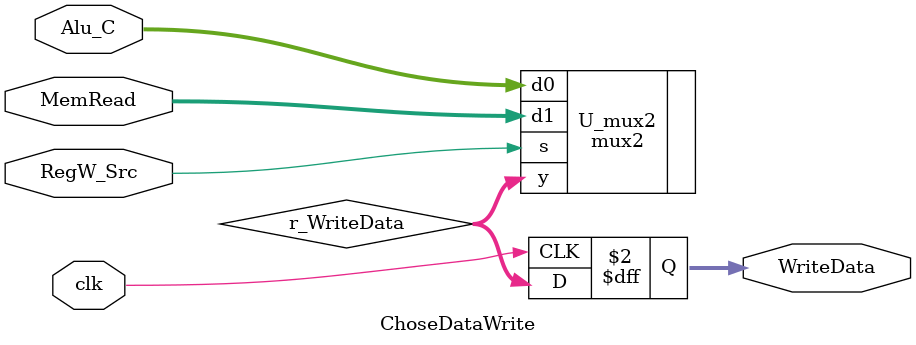
<source format=v>
`include "mux.v"
module ChoseDataWrite(Alu_C ,MemRead ,RegW_Src ,clk ,WriteData);
    input   [31:0]      Alu_C;
    input   [31:0]      MemRead;
    input               RegW_Src;
    input               clk;
    output  reg[31:0]   WriteData;

    wire    [31:0]      r_WriteData;

    mux2 U_mux2(
            .d0(Alu_C),
            .d1(MemRead),
            .s(RegW_Src),
            .y(r_WriteData)
    );
    
    always @(negedge clk)
    begin
        WriteData = r_WriteData;
    end
endmodule

</source>
